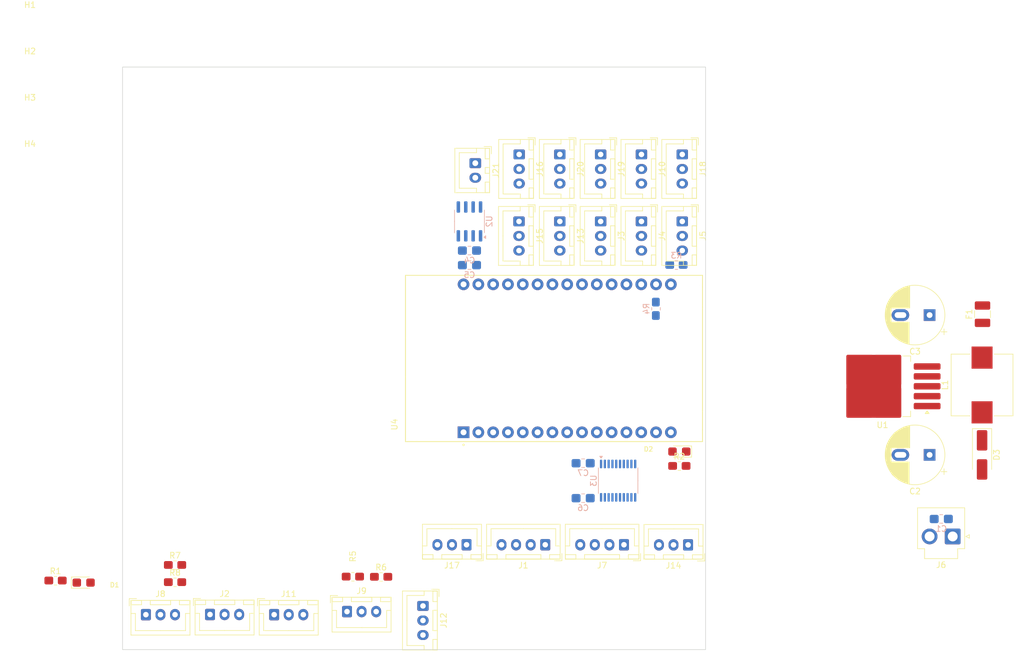
<source format=kicad_pcb>
(kicad_pcb (version 20240108) (generator "pcbnew") (generator_version "8.0")
  (layers (0 "F.Cu" signal) (31 "B.Cu" signal) (34 "B.Paste" user) (35 "F.Paste" user) (36 "B.SilkS" user "B.Silkscreen") (37 "F.SilkS" user "F.Silkscreen") (38 "B.Mask" user) (39 "F.Mask" user) (44 "Edge.Cuts" user))
  (net 0 "")
  (net 1 "+12V")
  (net 2 "GND")
  (net 3 "+5V")
  (net 4 "+3.3V")
  (net 5 "Net-(D1-K)")
  (net 6 "Net-(D2-K)")
  (net 7 "Status")
  (net 8 "Net-(D3-K)")
  (net 9 "AT_TX")
  (net 10 "AT_RX")
  (net 11 "Brake-1")
  (net 12 "Pitot_2")
  (net 13 "Current")
  (net 14 "Throttle_5")
  (net 15 "GYRO_SCL_RAW")
  (net 16 "GYRO_SDA_RAW")
  (net 17 "Brake-2")
  (net 18 "Code B")
  (net 19 "Throttle_3.3")
  (net 20 "Code A")
  (net 21 "7")
  (net 22 "Temp")
  (net 23 "B8")
  (net 24 "Strain_2")
  (net 25 "Strain_1")
  (net 26 "8")
  (net 27 "~RST")
  (net 28 "Pitot_1")
  (net 29 "Flow")
  (net 30 "CANL")
  (net 31 "CANH")
  (net 32 "Throttle_5_S")
  (net 33 "Brake-1-S")
  (net 34 "Brake-2-S")
  (net 36 "CAN_RX")
  (net 37 "CAN_TX")
  (net 40 "TX")
  (net 41 "SCK")
  (net 45 "RX")
  (net 46 "A8")
  (net 47 "GYRO_SDA")
  (net 48 "GYRO_SCL")
  (net 49 "OE")
  (net 50 "Net-(U1-FB)")
  (footprint "Connector_JST:JST_XH_B3B-XH-A_1x03_P2.50mm_Vertical" (layer "F.Cu") (at 182 76.5 -90)
    (property "Reference" "J3" (at 2.5 -3.55 90) (layer "F.SilkS"))
    (property "Value" "Conn_01x03_Pin")
    (pad "1" thru_hole roundrect (at 0 0 270) (size 1.7 1.95) (drill 0.95) (layers "*.Cu" "*.Mask") (roundrect_rratio 0.147059) (net 3 "+5V"))
    (pad "2" thru_hole oval (at 2.5 0 270) (size 1.7 1.95) (drill 0.95) (layers "*.Cu" "*.Mask") (net 2 "GND"))
    (pad "3" thru_hole oval (at 5 0 270) (size 1.7 1.95) (drill 0.95) (layers "*.Cu" "*.Mask") (net 12 "Pitot_2"))
  )
  (footprint "MountingHole:MountingHole_3.2mm_M3" (layer "F.Cu") (at 84.125 43.54)
    (property "Reference" "H1" (at 0 -4.2 0) (layer "F.SilkS"))
    (property "Value" "MountingHole")
    (pad "" np_thru_hole circle (at 0 0) (size 3.2 3.2) (drill 3.2) (layers "*.Cu" "*.Mask"))
  )
  (footprint "Connector_JST:JST_XH_B3B-XH-A_1x03_P2.50mm_Vertical" (layer "F.Cu") (at 126 144)
    (property "Reference" "J11" (at 2.5 -3.55 0) (layer "F.SilkS"))
    (property "Value" "Conn_01x03_Pin")
    (pad "1" thru_hole roundrect (at 0 0) (size 1.7 1.95) (drill 0.95) (layers "*.Cu" "*.Mask") (roundrect_rratio 0.147059) (net 3 "+5V"))
    (pad "2" thru_hole oval (at 2.5 0) (size 1.7 1.95) (drill 0.95) (layers "*.Cu" "*.Mask") (net 2 "GND"))
    (pad "3" thru_hole oval (at 5 0) (size 1.7 1.95) (drill 0.95) (layers "*.Cu" "*.Mask") (net 20 "Code A"))
  )
  (footprint "Connector_JST:JST_XH_B3B-XH-A_1x03_P2.50mm_Vertical" (layer "F.Cu") (at 189 76.5 -90)
    (property "Reference" "J4" (at 2.5 -3.55 90) (layer "F.SilkS"))
    (property "Value" "Conn_01x03_Pin")
    (pad "1" thru_hole roundrect (at 0 0 270) (size 1.7 1.95) (drill 0.95) (layers "*.Cu" "*.Mask") (roundrect_rratio 0.147059) (net 3 "+5V"))
    (pad "2" thru_hole oval (at 2.5 0 270) (size 1.7 1.95) (drill 0.95) (layers "*.Cu" "*.Mask") (net 2 "GND"))
    (pad "3" thru_hole oval (at 5 0 270) (size 1.7 1.95) (drill 0.95) (layers "*.Cu" "*.Mask") (net 13 "Current"))
  )
  (footprint "Connector_JST:JST_XH_B3B-XH-A_1x03_P2.50mm_Vertical" (layer "F.Cu") (at 196 65 -90)
    (property "Reference" "J18" (at 2.5 -3.55 90) (layer "F.SilkS"))
    (property "Value" "Conn_01x03_Pin")
    (pad "1" thru_hole roundrect (at 0 0 270) (size 1.7 1.95) (drill 0.95) (layers "*.Cu" "*.Mask") (roundrect_rratio 0.147059) (net 3 "+5V"))
    (pad "2" thru_hole oval (at 2.5 0 270) (size 1.7 1.95) (drill 0.95) (layers "*.Cu" "*.Mask") (net 2 "GND"))
    (pad "3" thru_hole oval (at 5 0 270) (size 1.7 1.95) (drill 0.95) (layers "*.Cu" "*.Mask") (net 27 "~RST"))
  )
  (footprint "Connector_JST:JST_XH_B3B-XH-A_1x03_P2.50mm_Vertical" (layer "F.Cu") (at 159 132 180)
    (property "Reference" "J17" (at 2.5 -3.55 180) (layer "F.SilkS"))
    (property "Value" "Conn_01x03_Pin")
    (pad "1" thru_hole roundrect (at 0 0 180) (size 1.7 1.95) (drill 0.95) (layers "*.Cu" "*.Mask") (roundrect_rratio 0.147059) (net 3 "+5V"))
    (pad "2" thru_hole oval (at 2.5 0 180) (size 1.7 1.95) (drill 0.95) (layers "*.Cu" "*.Mask") (net 2 "GND"))
    (pad "3" thru_hole oval (at 5 0 180) (size 1.7 1.95) (drill 0.95) (layers "*.Cu" "*.Mask") (net 26 "8"))
  )
  (footprint "Fuse:Fuse_1210_3225Metric_Pad1.42x2.65mm_HandSolder" (layer "F.Cu") (at 247.5 92.425 90)
    (property "Reference" "F1" (at 0 -2.28 90) (layer "F.SilkS"))
    (property "Value" "Fuse")
    (pad "1" smd roundrect (at -1.4875 0 90) (size 1.425 2.65) (layers "F.Cu" "F.Paste" "F.Mask") (roundrect_rratio 0.175439) (net 50 "Net-(U1-FB)"))
    (pad "2" smd roundrect (at 1.4875 0 90) (size 1.425 2.65) (layers "F.Cu" "F.Paste" "F.Mask") (roundrect_rratio 0.175439) (net 3 "+5V"))
  )
  (footprint "Connector_JST:JST_XH_B4B-XH-A_1x04_P2.50mm_Vertical" (layer "F.Cu") (at 186 132 180)
    (property "Reference" "J7" (at 3.75 -3.55 180) (layer "F.SilkS"))
    (property "Value" "Conn_01x04_Pin")
    (pad "1" thru_hole roundrect (at 0 0 180) (size 1.7 1.95) (drill 0.95) (layers "*.Cu" "*.Mask") (roundrect_rratio 0.147059) (net 3 "+5V"))
    (pad "2" thru_hole oval (at 2.5 0 180) (size 1.7 1.95) (drill 0.95) (layers "*.Cu" "*.Mask") (net 2 "GND"))
    (pad "3" thru_hole oval (at 5 0 180) (size 1.7 1.95) (drill 0.95) (layers "*.Cu" "*.Mask") (net 16 "GYRO_SDA_RAW"))
    (pad "4" thru_hole oval (at 7.5 0 180) (size 1.7 1.95) (drill 0.95) (layers "*.Cu" "*.Mask") (net 15 "GYRO_SCL_RAW"))
  )
  (footprint "Connector_JST:JST_XH_B4B-XH-A_1x04_P2.50mm_Vertical" (layer "F.Cu") (at 172.5 132 180)
    (property "Reference" "J1" (at 3.75 -3.55 180) (layer "F.SilkS"))
    (property "Value" "Conn_01x04_Pin")
    (pad "1" thru_hole roundrect (at 0 0 180) (size 1.7 1.95) (drill 0.95) (layers "*.Cu" "*.Mask") (roundrect_rratio 0.147059) (net 3 "+5V"))
    (pad "2" thru_hole oval (at 2.5 0 180) (size 1.7 1.95) (drill 0.95) (layers "*.Cu" "*.Mask") (net 2 "GND"))
    (pad "3" thru_hole oval (at 5 0 180) (size 1.7 1.95) (drill 0.95) (layers "*.Cu" "*.Mask") (net 10 "AT_RX"))
    (pad "4" thru_hole oval (at 7.5 0 180) (size 1.7 1.95) (drill 0.95) (layers "*.Cu" "*.Mask") (net 9 "AT_TX"))
  )
  (footprint "Connector_JST:JST_XH_B2B-XH-A_1x02_P2.50mm_Vertical" (layer "F.Cu") (at 160.5 66.5 -90)
    (property "Reference" "J21" (at 1.25 -3.55 90) (layer "F.SilkS"))
    (property "Value" "Conn_01x02")
    (pad "1" thru_hole roundrect (at 0 0 270) (size 1.7 2) (drill 1) (layers "*.Cu" "*.Mask") (roundrect_rratio 0.147059) (net 30 "CANL"))
    (pad "2" thru_hole oval (at 2.5 0 270) (size 1.7 2) (drill 1) (layers "*.Cu" "*.Mask") (net 31 "CANH"))
  )
  (footprint "RMC_Resistor:R_0805_2012Metric_Pad1.20x1.40mm_HandSolder_L" (layer "F.Cu") (at 109 138.45)
    (property "Reference" "R8" (at 0 -1.65 0) (layer "F.SilkS"))
    (property "Value" "R_Small_US")
    (pad "1" smd roundrect (at -1.1525 -0.0325) (size 1.505 1.335) (layers "F.Cu" "F.Paste" "F.Mask") (roundrect_rratio 0.208333) (net 34 "Brake-2-S"))
    (pad "2" smd roundrect (at 1.1525 -0.0325) (size 1.505 1.335) (layers "F.Cu" "F.Paste" "F.Mask") (roundrect_rratio 0.208333) (net 2 "GND"))
  )
  (footprint "Connector_JST:JST_XH_B3B-XH-A_1x03_P2.50mm_Vertical" (layer "F.Cu") (at 182 65 -90)
    (property "Reference" "J19" (at 2.5 -3.55 90) (layer "F.SilkS"))
    (property "Value" "Conn_01x03_Pin")
    (pad "1" thru_hole roundrect (at 0 0 270) (size 1.7 1.95) (drill 0.95) (layers "*.Cu" "*.Mask") (roundrect_rratio 0.147059) (net 3 "+5V"))
    (pad "2" thru_hole oval (at 2.5 0 270) (size 1.7 1.95) (drill 0.95) (layers "*.Cu" "*.Mask") (net 2 "GND"))
    (pad "3" thru_hole oval (at 5 0 270) (size 1.7 1.95) (drill 0.95) (layers "*.Cu" "*.Mask") (net 28 "Pitot_1"))
  )
  (footprint "RMC_Resistor:R_0805_2012Metric_Pad1.20x1.40mm_HandSolder_L" (layer "F.Cu") (at 139.5 137.5)
    (property "Reference" "R5" (at 0 -3.5 90) (layer "F.SilkS"))
    (property "Value" "R_Small_US")
    (pad "1" smd roundrect (at -1.1525 -0.0325) (size 1.505 1.335) (layers "F.Cu" "F.Paste" "F.Mask") (roundrect_rratio 0.208333) (net 11 "Brake-1"))
    (pad "2" smd roundrect (at 1.1525 -0.0325) (size 1.505 1.335) (layers "F.Cu" "F.Paste" "F.Mask") (roundrect_rratio 0.208333) (net 33 "Brake-1-S"))
  )
  (footprint "Connector_JST:JST_XH_B3B-XH-A_1x03_P2.50mm_Vertical" (layer "F.Cu") (at 196 76.5 -90)
    (property "Reference" "J5" (at 2.5 -3.55 90) (layer "F.SilkS"))
    (property "Value" "Conn_01x03_Pin")
    (pad "1" thru_hole roundrect (at 0 0 270) (size 1.7 1.95) (drill 0.95) (layers "*.Cu" "*.Mask") (roundrect_rratio 0.147059) (net 3 "+5V"))
    (pad "2" thru_hole oval (at 2.5 0 270) (size 1.7 1.95) (drill 0.95) (layers "*.Cu" "*.Mask") (net 2 "GND"))
    (pad "3" thru_hole oval (at 5 0 270) (size 1.7 1.95) (drill 0.95) (layers "*.Cu" "*.Mask") (net 14 "Throttle_5"))
  )
  (footprint "RMC_Resistor:R_0805_2012Metric_Pad1.20x1.40mm_HandSolder_L" (layer "F.Cu") (at 195.5 118.5)
    (property "Reference" "R2" (at 0 -1.65 360) (layer "F.SilkS"))
    (property "Value" "1kR")
    (pad "1" smd roundrect (at -1.1525 -0.0325) (size 1.505 1.335) (layers "F.Cu" "F.Paste" "F.Mask") (roundrect_rratio 0.208333) (net 2 "GND"))
    (pad "2" smd roundrect (at 1.1525 -0.0325) (size 1.505 1.335) (layers "F.Cu" "F.Paste" "F.Mask") (roundrect_rratio 0.208333) (net 6 "Net-(D2-K)"))
  )
  (footprint "Connector_JST:JST_XH_B3B-XH-A_1x03_P2.50mm_Vertical" (layer "F.Cu") (at 175 65 -90)
    (property "Reference" "J20" (at 2.5 -3.55 90) (layer "F.SilkS"))
    (property "Value" "Conn_01x03_Pin")
    (pad "1" thru_hole roundrect (at 0 0 270) (size 1.7 1.95) (drill 0.95) (layers "*.Cu" "*.Mask") (roundrect_rratio 0.147059) (net 3 "+5V"))
    (pad "2" thru_hole oval (at 2.5 0 270) (size 1.7 1.95) (drill 0.95) (layers "*.Cu" "*.Mask") (net 2 "GND"))
    (pad "3" thru_hole oval (at 5 0 270) (size 1.7 1.95) (drill 0.95) (layers "*.Cu" "*.Mask") (net 29 "Flow"))
  )
  (footprint "Connector_JST:JST_XH_B3B-XH-A_1x03_P2.50mm_Vertical" (layer "F.Cu") (at 115 143.975)
    (property "Reference" "J2" (at 2.5 -3.55 0) (layer "F.SilkS"))
    (property "Value" "Conn_01x03_Pin")
    (pad "1" thru_hole roundrect (at 0 0) (size 1.7 1.95) (drill 0.95) (layers "*.Cu" "*.Mask") (roundrect_rratio 0.147059) (net 3 "+5V"))
    (pad "2" thru_hole oval (at 2.5 0) (size 1.7 1.95) (drill 0.95) (layers "*.Cu" "*.Mask") (net 2 "GND"))
    (pad "3" thru_hole oval (at 5 0) (size 1.7 1.95) (drill 0.95) (layers "*.Cu" "*.Mask") (net 11 "Brake-1"))
  )
  (footprint "RMC_Inductor:L_10.4x10.4_H4.8" (layer "F.Cu") (at 247.425 104.575 90)
    (property "Reference" "L1" (at 0 -6.35 270) (layer "F.SilkS"))
    (property "Value" "330uH")
    (pad "1" smd rect (at -4.7 0 90) (size 3.8 3.6) (layers "F.Cu" "F.Paste" "F.Mask") (net 8 "Net-(D3-K)"))
    (pad "2" smd rect (at 4.7 0 90) (size 3.8 3.6) (layers "F.Cu" "F.Paste" "F.Mask") (net 50 "Net-(U1-FB)"))
  )
  (footprint "Connector_JST:JST_XH_B3B-XH-A_1x03_P2.50mm_Vertical" (layer "F.Cu") (at 175 76.5 -90)
    (property "Reference" "J13" (at 2.5 -3.55 90) (layer "F.SilkS"))
    (property "Value" "Conn_01x03_Pin")
    (pad "1" thru_hole roundrect (at 0 0 270) (size 1.7 1.95) (drill 0.95) (layers "*.Cu" "*.Mask") (roundrect_rratio 0.147059) (net 3 "+5V"))
    (pad "2" thru_hole oval (at 2.5 0 270) (size 1.7 1.95) (drill 0.95) (layers "*.Cu" "*.Mask") (net 2 "GND"))
    (pad "3" thru_hole oval (at 5 0 270) (size 1.7 1.95) (drill 0.95) (layers "*.Cu" "*.Mask") (net 22 "Temp"))
  )
  (footprint "Connector_JST:JST_VH_B2P-VH_1x02_P3.96mm_Vertical" (layer "F.Cu") (at 242.385 130.575 180)
    (property "Reference" "J6" (at 1.98 -4.9 180) (layer "F.SilkS"))
    (property "Value" "Conn_01x02_Male")
    (pad "1" thru_hole roundrect (at 0 0 180) (size 2.7 2.7) (drill 1.7) (layers "*.Cu" "*.Mask") (roundrect_rratio 0.092593) (net 2 "GND"))
    (pad "2" thru_hole circle (at 3.96 0 180) (size 2.7 2.7) (drill 1.7) (layers "*.Cu" "*.Mask") (net 1 "+12V"))
  )
  (footprint "MountingHole:MountingHole_3.2mm_M3" (layer "F.Cu") (at 84.125 67.39)
    (property "Reference" "H4" (at 0 -4.2 0) (layer "F.SilkS"))
    (property "Value" "MountingHole")
    (pad "" np_thru_hole circle (at 0 0) (size 3.2 3.2) (drill 3.2) (layers "*.Cu" "*.Mask"))
  )
  (footprint "RMC_LED:LED_0805_2012Metric_Pad1.45x1.40mm_HandSolder" (layer "F.Cu") (at 93.325 138.5)
    (property "Reference" "D1" (at 5.3 0.403201 180) (layer "F.SilkS") (effects (font (size 0.8 0.8))))
    (property "Value" "LED")
    (pad "1" smd roundrect (at -1.175 0) (size 1.45 1.4) (layers "F.Cu" "F.Paste" "F.Mask") (roundrect_rratio 0.2173913043) (net 5 "Net-(D1-K)"))
    (pad "2" smd roundrect (at 1.175 0) (size 1.45 1.4) (layers "F.Cu" "F.Paste" "F.Mask") (roundrect_rratio 0.2173913043) (net 3 "+5V"))
  )
  (footprint "Connector_JST:JST_XH_B3B-XH-A_1x03_P2.50mm_Vertical" (layer "F.Cu") (at 168 76.5 -90)
    (property "Reference" "J15" (at 2.5 -3.55 90) (layer "F.SilkS"))
    (property "Value" "Conn_01x03_Pin")
    (pad "1" thru_hole roundrect (at 0 0 270) (size 1.7 1.95) (drill 0.95) (layers "*.Cu" "*.Mask") (roundrect_rratio 0.147059) (net 3 "+5V"))
    (pad "2" thru_hole oval (at 2.5 0 270) (size 1.7 1.95) (drill 0.95) (layers "*.Cu" "*.Mask") (net 2 "GND"))
    (pad "3" thru_hole oval (at 5 0 270) (size 1.7 1.95) (drill 0.95) (layers "*.Cu" "*.Mask") (net 24 "Strain_2"))
  )
  (footprint "RMC_Resistor:R_0805_2012Metric_Pad1.20x1.40mm_HandSolder_L" (layer "F.Cu") (at 144.3475 137.5325)
    (property "Reference" "R6" (at 0 -1.65 0) (layer "F.SilkS"))
    (property "Value" "R_Small_US")
    (pad "1" smd roundrect (at -1.1525 -0.0325) (size 1.505 1.335) (layers "F.Cu" "F.Paste" "F.Mask") (roundrect_rratio 0.208333) (net 33 "Brake-1-S"))
    (pad "2" smd roundrect (at 1.1525 -0.0325) (size 1.505 1.335) (layers "F.Cu" "F.Paste" "F.Mask") (roundrect_rratio 0.208333) (net 2 "GND"))
  )
  (footprint "RMC_Resistor:R_0805_2012Metric_Pad1.20x1.40mm_HandSolder_L" (layer "F.Cu") (at 109 135.5)
    (property "Reference" "R7" (at 0 -1.65 0) (layer "F.SilkS"))
    (property "Value" "R_Small_US")
    (pad "1" smd roundrect (at -1.1525 -0.0325) (size 1.505 1.335) (layers "F.Cu" "F.Paste" "F.Mask") (roundrect_rratio 0.208333) (net 17 "Brake-2"))
    (pad "2" smd roundrect (at 1.1525 -0.0325) (size 1.505 1.335) (layers "F.Cu" "F.Paste" "F.Mask") (roundrect_rratio 0.208333) (net 34 "Brake-2-S"))
  )
  (footprint "RMC_Resistor:R_0805_2012Metric_Pad1.20x1.40mm_HandSolder_L" (layer "F.Cu") (at 88.5 138.175)
    (property "Reference" "R1" (at 0 -1.65 0) (layer "F.SilkS"))
    (property "Value" "1kR")
    (pad "1" smd roundrect (at -1.1525 -0.0325) (size 1.505 1.335) (layers "F.Cu" "F.Paste" "F.Mask") (roundrect_rratio 0.208333) (net 2 "GND"))
    (pad "2" smd roundrect (at 1.1525 -0.0325) (size 1.505 1.335) (layers "F.Cu" "F.Paste" "F.Mask") (roundrect_rratio 0.208333) (net 5 "Net-(D1-K)"))
  )
  (footprint "Connector_JST:JST_XH_B3B-XH-A_1x03_P2.50mm_Vertical" (layer "F.Cu") (at 168.025 65 -90)
    (property "Reference" "J16" (at 2.5 -3.55 90) (layer "F.SilkS"))
    (property "Value" "Conn_01x03_Pin")
    (pad "1" thru_hole roundrect (at 0 0 270) (size 1.7 1.95) (drill 0.95) (layers "*.Cu" "*.Mask") (roundrect_rratio 0.147059) (net 3 "+5V"))
    (pad "2" thru_hole oval (at 2.5 0 270) (size 1.7 1.95) (drill 0.95) (layers "*.Cu" "*.Mask") (net 2 "GND"))
    (pad "3" thru_hole oval (at 5 0 270) (size 1.7 1.95) (drill 0.95) (layers "*.Cu" "*.Mask") (net 25 "Strain_1"))
  )
  (footprint "MountingHole:MountingHole_3.2mm_M3" (layer "F.Cu") (at 84.125 59.44)
    (property "Reference" "H3" (at 0 -4.2 0) (layer "F.SilkS"))
    (property "Value" "MountingHole")
    (pad "" np_thru_hole circle (at 0 0) (size 3.2 3.2) (drill 3.2) (layers "*.Cu" "*.Mask"))
  )
  (footprint "ESP32_DEVKIT_V1:MODULE_ESP32_DEVKIT_V1" (layer "F.Cu") (at 174 100 90)
    (property "Reference" "U4" (at -11.355 -27.36 270) (layer "F.SilkS"))
    (property "Value" "ESP32-DEVKIT-V1")
    (pad "" np_thru_hole circle (at -12.28 -23.475 90) (size 3 3) (drill 3) (layers "*.Cu" "*.Mask"))
    (pad "" np_thru_hole circle (at -12.28 23.475 90) (size 3 3) (drill 3) (layers "*.Cu" "*.Mask"))
    (pad "" np_thru_hole circle (at 12.23 -23.475 90) (size 3 3) (drill 3) (layers "*.Cu" "*.Mask"))
    (pad "" np_thru_hole circle (at 12.23 23.475 90) (size 3 3) (drill 3) (layers "*.Cu" "*.Mask"))
    (pad "1" thru_hole rect (at -12.7 -15.515 90) (size 2 2) (drill 1.02) (layers "*.Cu" "*.Mask") (net 4 "+3.3V"))
    (pad "2" thru_hole circle (at -12.7 -12.975 90) (size 2 2) (drill 1.02) (layers "*.Cu" "*.Mask") (net 2 "GND"))
    (pad "3" thru_hole circle (at -12.7 -10.435 90) (size 2 2) (drill 1.02) (layers "*.Cu" "*.Mask") (net 20 "Code A"))
    (pad "4" thru_hole circle (at -12.7 -7.895 90) (size 2 2) (drill 1.02) (layers "*.Cu" "*.Mask") (net 33 "Brake-1-S"))
    (pad "5" thru_hole circle (at -12.7 -5.355 90) (size 2 2) (drill 1.02) (layers "*.Cu" "*.Mask") (net 34 "Brake-2-S"))
    (pad "6" thru_hole circle (at -12.7 -2.815 90) (size 2 2) (drill 1.02) (layers "*.Cu" "*.Mask") (net 18 "Code B"))
    (pad "7" thru_hole circle (at -12.7 -0.275 90) (size 2 2) (drill 1.02) (layers "*.Cu" "*.Mask") (net 21 "7"))
    (pad "8" thru_hole circle (at -12.7 2.265 90) (size 2 2) (drill 1.02) (layers "*.Cu" "*.Mask") (net 26 "8"))
    (pad "9" thru_hole circle (at -12.7 4.805 90) (size 2 2) (drill 1.02) (layers "*.Cu" "*.Mask") (net 40 "TX"))
    (pad "10" thru_hole circle (at -12.7 7.345 90) (size 2 2) (drill 1.02) (layers "*.Cu" "*.Mask") (net 45 "RX"))
    (pad "11" thru_hole circle (at -12.7 9.885 90) (size 2 2) (drill 1.02) (layers "*.Cu" "*.Mask") (net 47 "GYRO_SDA"))
    (pad "12" thru_hole circle (at -12.7 12.425 90) (size 2 2) (drill 1.02) (layers "*.Cu" "*.Mask") (net 46 "A8"))
    (pad "13" thru_hole circle (at -12.7 14.965 90) (size 2 2) (drill 1.02) (layers "*.Cu" "*.Mask") (net 49 "OE"))
    (pad "14" thru_hole circle (at -12.7 17.505 90) (size 2 2) (drill 1.02) (layers "*.Cu" "*.Mask") (net 48 "GYRO_SCL"))
    (pad "15" thru_hole circle (at -12.7 20.045 90) (size 2 2) (drill 1.02) (layers "*.Cu" "*.Mask") (net 7 "Status"))
    (pad "16" thru_hole circle (at 12.7 20.045 90) (size 2 2) (drill 1.02) (layers "*.Cu" "*.Mask") (net 27 "~RST"))
    (pad "17" thru_hole circle (at 12.7 17.505 90) (size 2 2) (drill 1.02) (layers "*.Cu" "*.Mask") (net 32 "Throttle_5_S"))
    (pad "18" thru_hole circle (at 12.7 14.965 90) (size 2 2) (drill 1.02) (layers "*.Cu" "*.Mask") (net 19 "Throttle_3.3"))
    (pad "19" thru_hole circle (at 12.7 12.425 90) (size 2 2) (drill 1.02) (layers "*.Cu" "*.Mask") (net 13 "Current"))
    (pad "20" thru_hole circle (at 12.7 9.885 90) (size 2 2) (drill 1.02) (layers "*.Cu" "*.Mask") (net 12 "Pitot_2"))
    (pad "21" thru_hole circle (at 12.7 7.345 90) (size 2 2) (drill 1.02) (layers "*.Cu" "*.Mask") (net 28 "Pitot_1"))
    (pad "22" thru_hole circle (at 12.7 4.805 90) (size 2 2) (drill 1.02) (layers "*.Cu" "*.Mask") (net 22 "Temp"))
    (pad "23" thru_hole circle (at 12.7 2.265 90) (size 2 2) (drill 1.02) (layers "*.Cu" "*.Mask") (net 29 "Flow"))
    (pad "24" thru_hole circle (at 12.7 -0.275 90) (size 2 2) (drill 1.02) (layers "*.Cu" "*.Mask") (net 24 "Strain_2"))
    (pad "25" thru_hole circle (at 12.7 -2.815 90) (size 2 2) (drill 1.02) (layers "*.Cu" "*.Mask") (net 25 "Strain_1"))
    (pad "26" thru_hole circle (at 12.7 -5.355 90) (size 2 2) (drill 1.02) (layers "*.Cu" "*.Mask") (net 41 "SCK"))
    (pad "27" thru_hole circle (at 12.7 -7.895 90) (size 2 2) (drill 1.02) (layers "*.Cu" "*.Mask") (net 37 "CAN_TX"))
    (pad "28" thru_hole circle (at 12.7 -10.435 90) (size 2 2) (drill 1.02) (layers "*.Cu" "*.Mask") (net 36 "CAN_RX"))
    (pad "29" thru_hole circle (at 12.7 -12.975 90) (size 2 2) (drill 1.02) (layers "*.Cu" "*.Mask") (net 2 "GND"))
    (pad "30" thru_hole circle (at 12.7 -15.515 90) (size 2 2) (drill 1.02) (layers "*.Cu" "*.Mask") (net 3 "+5V"))
  )
  (footprint "MountingHole:MountingHole_3.2mm_M3" (layer "F.Cu") (at 84.125 51.49)
    (property "Reference" "H2" (at 0 -4.2 0) (layer "F.SilkS"))
    (property "Value" "MountingHole")
    (pad "" np_thru_hole circle (at 0 0) (size 3.2 3.2) (drill 3.2) (layers "*.Cu" "*.Mask"))
  )
  (footprint "Connector_JST:JST_XH_B3B-XH-A_1x03_P2.50mm_Vertical" (layer "F.Cu") (at 189 65 -90)
    (property "Reference" "J10" (at 2.5 -3.55 90) (layer "F.SilkS"))
    (property "Value" "Conn_01x03_Pin")
    (pad "1" thru_hole roundrect (at 0 0 270) (size 1.7 1.95) (drill 0.95) (layers "*.Cu" "*.Mask") (roundrect_rratio 0.147059) (net 3 "+5V"))
    (pad "2" thru_hole oval (at 2.5 0 270) (size 1.7 1.95) (drill 0.95) (layers "*.Cu" "*.Mask") (net 2 "GND"))
    (pad "3" thru_hole oval (at 5 0 270) (size 1.7 1.95) (drill 0.95) (layers "*.Cu" "*.Mask") (net 19 "Throttle_3.3"))
  )
  (footprint "RMC_LED:LED_0805_2012Metric_Pad1.45x1.40mm_HandSolder" (layer "F.Cu") (at 195.5 116 180)
    (property "Reference" "D2" (at 5.3 0.403201 180) (layer "F.SilkS") (effects (font (size 0.8 0.8))))
    (property "Value" "LED")
    (pad "1" smd roundrect (at -1.175 0 180) (size 1.45 1.4) (layers "F.Cu" "F.Paste" "F.Mask") (roundrect_rratio 0.2173913043) (net 6 "Net-(D2-K)"))
    (pad "2" smd roundrect (at 1.175 0 180) (size 1.45 1.4) (layers "F.Cu" "F.Paste" "F.Mask") (roundrect_rratio 0.2173913043) (net 7 "Status"))
  )
  (footprint "RMC_Capacitor:CP_Radial_D10.0mm_P5.00mm_F" (layer "F.Cu") (at 238.425 92.575 180)
    (property "Reference" "C3" (at 2.5 -6.25 180) (layer "F.SilkS"))
    (property "Value" "330uF")
    (pad "1" thru_hole rect (at 0 0 180) (size 2 2) (drill 1) (layers "*.Cu" "*.Mask") (net 50 "Net-(U1-FB)"))
    (pad "2" thru_hole oval (at 5 0 180) (size 3 2) (drill oval 2 1) (layers "*.Cu" "*.Mask") (net 2 "GND"))
  )
  (footprint "Connector_JST:JST_XH_B3B-XH-A_1x03_P2.50mm_Vertical" (layer "F.Cu") (at 104 144)
    (property "Reference" "J8" (at 2.5 -3.55 0) (layer "F.SilkS"))
    (property "Value" "Conn_01x03_Pin")
    (pad "1" thru_hole roundrect (at 0 0) (size 1.7 1.95) (drill 0.95) (layers "*.Cu" "*.Mask") (roundrect_rratio 0.147059) (net 3 "+5V"))
    (pad "2" thru_hole oval (at 2.5 0) (size 1.7 1.95) (drill 0.95) (layers "*.Cu" "*.Mask") (net 2 "GND"))
    (pad "3" thru_hole oval (at 5 0) (size 1.7 1.95) (drill 0.95) (layers "*.Cu" "*.Mask") (net 17 "Brake-2"))
  )
  (footprint "RMC_Capacitor:CP_Radial_D10.0mm_P5.00mm_F" (layer "F.Cu") (at 238.425 116.575 180)
    (property "Reference" "C2" (at 2.5 -6.25 180) (layer "F.SilkS"))
    (property "Value" "680uF")
    (pad "1" thru_hole rect (at 0 0 180) (size 2 2) (drill 1) (layers "*.Cu" "*.Mask") (net 1 "+12V"))
    (pad "2" thru_hole oval (at 5 0 180) (size 3 2) (drill oval 2 1) (layers "*.Cu" "*.Mask") (net 2 "GND"))
  )
  (footprint "Diode_SMD:D_SMA_Handsoldering" (layer "F.Cu") (at 247.425 116.575 -90)
    (property "Reference" "D3" (at 0 -2.5 90) (layer "F.SilkS"))
    (property "Value" "1N5819")
    (pad "1" smd roundrect (at -2.5 0 270) (size 3.5 1.8) (layers "F.Cu" "F.Paste" "F.Mask") (roundrect_rratio 0.1388888889) (net 8 "Net-(D3-K)"))
    (pad "2" smd roundrect (at 2.5 0 270) (size 3.5 1.8) (layers "F.Cu" "F.Paste" "F.Mask") (roundrect_rratio 0.1388888889) (net 2 "GND"))
  )
  (footprint "Connector_JST:JST_XH_B3B-XH-A_1x03_P2.50mm_Vertical" (layer "F.Cu") (at 197 132.025 180)
    (property "Reference" "J14" (at 2.5 -3.55 180) (layer "F.SilkS"))
    (property "Value" "Conn_01x03_Pin")
    (pad "1" thru_hole roundrect (at 0 0 180) (size 1.7 1.95) (drill 0.95) (layers "*.Cu" "*.Mask") (roundrect_rratio 0.147059) (net 3 "+5V"))
    (pad "2" thru_hole oval (at 2.5 0 180) (size 1.7 1.95) (drill 0.95) (layers "*.Cu" "*.Mask") (net 2 "GND"))
    (pad "3" thru_hole oval (at 5 0 180) (size 1.7 1.95) (drill 0.95) (layers "*.Cu" "*.Mask") (net 23 "B8"))
  )
  (footprint "Connector_JST:JST_XH_B3B-XH-A_1x03_P2.50mm_Vertical" (layer "F.Cu") (at 151.525 142.5 -90)
    (property "Reference" "J12" (at 2.5 -3.55 90) (layer "F.SilkS"))
    (property "Value" "Conn_01x03_Pin")
    (pad "1" thru_hole roundrect (at 0 0 270) (size 1.7 1.95) (drill 0.95) (layers "*.Cu" "*.Mask") (roundrect_rratio 0.147059) (net 3 "+5V"))
    (pad "2" thru_hole oval (at 2.5 0 270) (size 1.7 1.95) (drill 0.95) (layers "*.Cu" "*.Mask") (net 2 "GND"))
    (pad "3" thru_hole oval (at 5 0 270) (size 1.7 1.95) (drill 0.95) (layers "*.Cu" "*.Mask") (net 21 "7"))
  )
  (footprint "Package_TO_SOT_SMD:TO-263-5_TabPin3" (layer "F.Cu") (at 230.35 104.8 180)
    (property "Reference" "U1" (at 0 -6.65 180) (layer "F.SilkS"))
    (property "Value" "LM2575-5.0BU")
    (pad "1" smd roundrect (at -7.65 -3.4 180) (size 4.6 1.1) (layers "F.Cu" "F.Paste" "F.Mask") (roundrect_rratio 0.227273) (net 1 "+12V"))
    (pad "2" smd roundrect (at -7.65 -1.7 180) (size 4.6 1.1) (layers "F.Cu" "F.Paste" "F.Mask") (roundrect_rratio 0.227273) (net 8 "Net-(D3-K)"))
    (pad "3" smd roundrect (at -7.65 0 180) (size 4.6 1.1) (layers "F.Cu" "F.Paste" "F.Mask") (roundrect_rratio 0.227273) (net 2 "GND"))
    (pad "3" smd roundrect (at -0.925 -2.775 180) (size 4.55 5.25) (layers "F.Cu" "F.Paste") (roundrect_rratio 0.054945) (net 2 "GND"))
    (pad "3" smd roundrect (at -0.925 2.775 180) (size 4.55 5.25) (layers "F.Cu" "F.Paste") (roundrect_rratio 0.054945) (net 2 "GND"))
    (pad "3" smd roundrect (at 1.5 0 180) (size 9.4 10.8) (layers "F.Cu" "F.Mask") (roundrect_rratio 0.026596) (net 2 "GND"))
    (pad "3" smd roundrect (at 3.925 -2.775 180) (size 4.55 5.25) (layers "F.Cu" "F.Paste") (roundrect_rratio 0.054945) (net 2 "GND"))
    (pad "3" smd roundrect (at 3.925 2.775 180) (size 4.55 5.25) (layers "F.Cu" "F.Paste") (roundrect_rratio 0.054945) (net 2 "GND"))
    (pad "4" smd roundrect (at -7.65 1.7 180) (size 4.6 1.1) (layers "F.Cu" "F.Paste" "F.Mask") (roundrect_rratio 0.227273) (net 50 "Net-(U1-FB)"))
    (pad "5" smd roundrect (at -7.65 3.4 180) (size 4.6 1.1) (layers "F.Cu" "F.Paste" "F.Mask") (roundrect_rratio 0.227273) (net 2 "GND"))
  )
  (footprint "Connector_JST:JST_XH_B3B-XH-A_1x03_P2.50mm_Vertical" (layer "F.Cu") (at 138.5 143.475)
    (property "Reference" "J9" (at 2.5 -3.55 0) (layer "F.SilkS"))
    (property "Value" "Conn_01x03_Pin")
    (pad "1" thru_hole roundrect (at 0 0) (size 1.7 1.95) (drill 0.95) (layers "*.Cu" "*.Mask") (roundrect_rratio 0.147059) (net 3 "+5V"))
    (pad "2" thru_hole oval (at 2.5 0) (size 1.7 1.95) (drill 0.95) (layers "*.Cu" "*.Mask") (net 2 "GND"))
    (pad "3" thru_hole oval (at 5 0) (size 1.7 1.95) (drill 0.95) (layers "*.Cu" "*.Mask") (net 18 "Code B"))
  )
  (footprint "RMC_Capacitor:C_0805_2012Metric_Pad1.18x1.45mm_HandSolder_L" (layer "B.Cu") (at 159.5 81.5)
    (property "Reference" "C4" (at 0 1.68 360) (layer "B.SilkS") (effects (justify mirror)))
    (property "Value" "0.1uF")
    (pad "1" smd roundrect (at -1.2156 0.0069) (size 1.5312 1.4362) (layers "B.Cu" "B.Paste" "B.Mask") (roundrect_rratio 0.212766) (net 3 "+5V"))
    (pad "2" smd roundrect (at 1.2156 0) (size 1.5312 1.45) (layers "B.Cu" "B.Paste" "B.Mask") (roundrect_rratio 0.212766) (net 2 "GND"))
  )
  (footprint "RMC_Capacitor:C_0805_2012Metric_Pad1.18x1.45mm_HandSolder_L" (layer "B.Cu") (at 159.5 84)
    (property "Reference" "C5" (at 0 1.68 360) (layer "B.SilkS") (effects (justify mirror)))
    (property "Value" "0.1uF")
    (pad "1" smd roundrect (at -1.2156 0.0069) (size 1.5312 1.4362) (layers "B.Cu" "B.Paste" "B.Mask") (roundrect_rratio 0.212766) (net 3 "+5V"))
    (pad "2" smd roundrect (at 1.2156 0) (size 1.5312 1.45) (layers "B.Cu" "B.Paste" "B.Mask") (roundrect_rratio 0.212766) (net 2 "GND"))
  )
  (footprint "RMC_Capacitor:C_0805_2012Metric_Pad1.18x1.45mm_HandSolder_L" (layer "B.Cu") (at 179 124)
    (property "Reference" "C6" (at 0 1.68 360) (layer "B.SilkS") (effects (justify mirror)))
    (property "Value" "0.1uF")
    (pad "1" smd roundrect (at -1.2156 0.0069) (size 1.5312 1.4362) (layers "B.Cu" "B.Paste" "B.Mask") (roundrect_rratio 0.212766) (net 2 "GND"))
    (pad "2" smd roundrect (at 1.2156 0) (size 1.5312 1.45) (layers "B.Cu" "B.Paste" "B.Mask") (roundrect_rratio 0.212766) (net 3 "+5V"))
  )
  (footprint "RMC_Resistor:R_0805_2012Metric_Pad1.20x1.40mm_HandSolder_L" (layer "B.Cu") (at 195 84 180)
    (property "Reference" "R3" (at 0 1.65 180) (layer "B.SilkS") (effects (justify mirror)))
    (property "Value" "R_Small_US")
    (pad "1" smd roundrect (at -1.1525 0.0325 180) (size 1.505 1.335) (layers "B.Cu" "B.Paste" "B.Mask") (roundrect_rratio 0.208333) (net 14 "Throttle_5"))
    (pad "2" smd roundrect (at 1.1525 0.0325 180) (size 1.505 1.335) (layers "B.Cu" "B.Paste" "B.Mask") (roundrect_rratio 0.208333) (net 32 "Throttle_5_S"))
  )
  (footprint "RMC_Capacitor:C_0805_2012Metric_Pad1.18x1.45mm_HandSolder_L" (layer "B.Cu") (at 240.425 127.575)
    (property "Reference" "C1" (at 0 1.68 360) (layer "B.SilkS") (effects (justify mirror)))
    (property "Value" "10uF")
    (pad "1" smd roundrect (at -1.2156 0.0069) (size 1.5312 1.4362) (layers "B.Cu" "B.Paste" "B.Mask") (roundrect_rratio 0.212766) (net 1 "+12V"))
    (pad "2" smd roundrect (at 1.2156 0) (size 1.5312 1.45) (layers "B.Cu" "B.Paste" "B.Mask") (roundrect_rratio 0.212766) (net 2 "GND"))
  )
  (footprint "RMC_Capacitor:C_0805_2012Metric_Pad1.18x1.45mm_HandSolder_L" (layer "B.Cu") (at 179 118)
    (property "Reference" "C7" (at 0 1.68 360) (layer "B.SilkS") (effects (justify mirror)))
    (property "Value" "0.1uF")
    (pad "1" smd roundrect (at -1.2156 0.0069) (size 1.5312 1.4362) (layers "B.Cu" "B.Paste" "B.Mask") (roundrect_rratio 0.212766) (net 2 "GND"))
    (pad "2" smd roundrect (at 1.2156 0) (size 1.5312 1.45) (layers "B.Cu" "B.Paste" "B.Mask") (roundrect_rratio 0.212766) (net 4 "+3.3V"))
  )
  (footprint "Package_SO:SOIC-8_3.9x4.9mm_P1.27mm" (layer "B.Cu") (at 159.5 76.5 90)
    (property "Reference" "U2" (at 0 3.4 270) (layer "B.SilkS") (effects (justify mirror)))
    (property "Value" "TJA1051T-3")
    (pad "1" smd roundrect (at -2.475 1.905 90) (size 1.95 0.6) (layers "B.Cu" "B.Paste" "B.Mask") (net 37 "CAN_TX"))
    (pad "2" smd roundrect (at -2.475 0.635 90) (size 1.95 0.6) (layers "B.Cu" "B.Paste" "B.Mask") (net 2 "GND"))
    (pad "3" smd roundrect (at -2.475 -0.635 90) (size 1.95 0.6) (layers "B.Cu" "B.Paste" "B.Mask") (net 3 "+5V"))
    (pad "4" smd roundrect (at -2.475 -1.905 90) (size 1.95 0.6) (layers "B.Cu" "B.Paste" "B.Mask") (net 36 "CAN_RX"))
    (pad "5" smd roundrect (at 2.475 -1.905 90) (size 1.95 0.6) (layers "B.Cu" "B.Paste" "B.Mask") (net 4 "+3.3V"))
    (pad "6" smd roundrect (at 2.475 -0.635 90) (size 1.95 0.6) (layers "B.Cu" "B.Paste" "B.Mask") (net 30 "CANL"))
    (pad "7" smd roundrect (at 2.475 0.635 90) (size 1.95 0.6) (layers "B.Cu" "B.Paste" "B.Mask") (net 31 "CANH"))
    (pad "8" smd roundrect (at 2.475 1.905 90) (size 1.95 0.6) (layers "B.Cu" "B.Paste" "B.Mask"))
  )
  (footprint "Package_SO:TSSOP-20_4.4x6.5mm_P0.65mm" (layer "B.Cu") (at 185 121 -90)
    (property "Reference" "U3" (at 0 4.2 90) (layer "B.SilkS") (effects (justify mirror)))
    (property "Value" "TXS0108EPW")
    (pad "1" smd roundrect (at -2.8625 2.925 270) (size 1.475 0.4) (layers "B.Cu" "B.Paste" "B.Mask"))
    (pad "2" smd roundrect (at -2.8625 2.275 270) (size 1.475 0.4) (layers "B.Cu" "B.Paste" "B.Mask") (net 4 "+3.3V"))
    (pad "3" smd roundrect (at -2.8625 1.625 270) (size 1.475 0.4) (layers "B.Cu" "B.Paste" "B.Mask"))
    (pad "4" smd roundrect (at -2.8625 0.975 270) (size 1.475 0.4) (layers "B.Cu" "B.Paste" "B.Mask") (net 41 "SCK"))
    (pad "5" smd roundrect (at -2.8625 0.325 270) (size 1.475 0.4) (layers "B.Cu" "B.Paste" "B.Mask") (net 40 "TX"))
    (pad "6" smd roundrect (at -2.8625 -0.325 270) (size 1.475 0.4) (layers "B.Cu" "B.Paste" "B.Mask") (net 45 "RX"))
    (pad "7" smd roundrect (at -2.8625 -0.975 270) (size 1.475 0.4) (layers "B.Cu" "B.Paste" "B.Mask") (net 48 "GYRO_SCL"))
    (pad "8" smd roundrect (at -2.8625 -1.625 270) (size 1.475 0.4) (layers "B.Cu" "B.Paste" "B.Mask") (net 47 "GYRO_SDA"))
    (pad "9" smd roundrect (at -2.8625 -2.275 270) (size 1.475 0.4) (layers "B.Cu" "B.Paste" "B.Mask") (net 46 "A8"))
    (pad "10" smd roundrect (at -2.8625 -2.925 270) (size 1.475 0.4) (layers "B.Cu" "B.Paste" "B.Mask") (net 49 "OE"))
    (pad "11" smd roundrect (at 2.8625 -2.925 270) (size 1.475 0.4) (layers "B.Cu" "B.Paste" "B.Mask") (net 2 "GND"))
    (pad "12" smd roundrect (at 2.8625 -2.275 270) (size 1.475 0.4) (layers "B.Cu" "B.Paste" "B.Mask") (net 23 "B8"))
    (pad "13" smd roundrect (at 2.8625 -1.625 270) (size 1.475 0.4) (layers "B.Cu" "B.Paste" "B.Mask") (net 16 "GYRO_SDA_RAW"))
    (pad "14" smd roundrect (at 2.8625 -0.975 270) (size 1.475 0.4) (layers "B.Cu" "B.Paste" "B.Mask") (net 15 "GYRO_SCL_RAW"))
    (pad "15" smd roundrect (at 2.8625 -0.325 270) (size 1.475 0.4) (layers "B.Cu" "B.Paste" "B.Mask") (net 10 "AT_RX"))
    (pad "16" smd roundrect (at 2.8625 0.325 270) (size 1.475 0.4) (layers "B.Cu" "B.Paste" "B.Mask") (net 9 "AT_TX"))
    (pad "17" smd roundrect (at 2.8625 0.975 270) (size 1.475 0.4) (layers "B.Cu" "B.Paste" "B.Mask"))
    (pad "18" smd roundrect (at 2.8625 1.625 270) (size 1.475 0.4) (layers "B.Cu" "B.Paste" "B.Mask"))
    (pad "19" smd roundrect (at 2.8625 2.275 270) (size 1.475 0.4) (layers "B.Cu" "B.Paste" "B.Mask") (net 3 "+5V"))
    (pad "20" smd roundrect (at 2.8625 2.925 270) (size 1.475 0.4) (layers "B.Cu" "B.Paste" "B.Mask"))
  )
  (footprint "RMC_Resistor:R_0805_2012Metric_Pad1.20x1.40mm_HandSolder_L" (layer "B.Cu") (at 191.5 91.5 -90)
    (property "Reference" "R4" (at 0 1.65 90) (layer "B.SilkS") (effects (justify mirror)))
    (property "Value" "R_Small_US")
    (pad "1" smd roundrect (at -1.1525 0.0325 270) (size 1.505 1.335) (layers "B.Cu" "B.Paste" "B.Mask") (roundrect_rratio 0.208333) (net 32 "Throttle_5_S"))
    (pad "2" smd roundrect (at 1.1525 0.0325 270) (size 1.505 1.335) (layers "B.Cu" "B.Paste" "B.Mask") (roundrect_rratio 0.208333) (net 2 "GND"))
  )
  (gr_rect (start 100 50) (end 200 150) (stroke (width 0.1)) (fill none) (layer "Edge.Cuts"))
)
</source>
